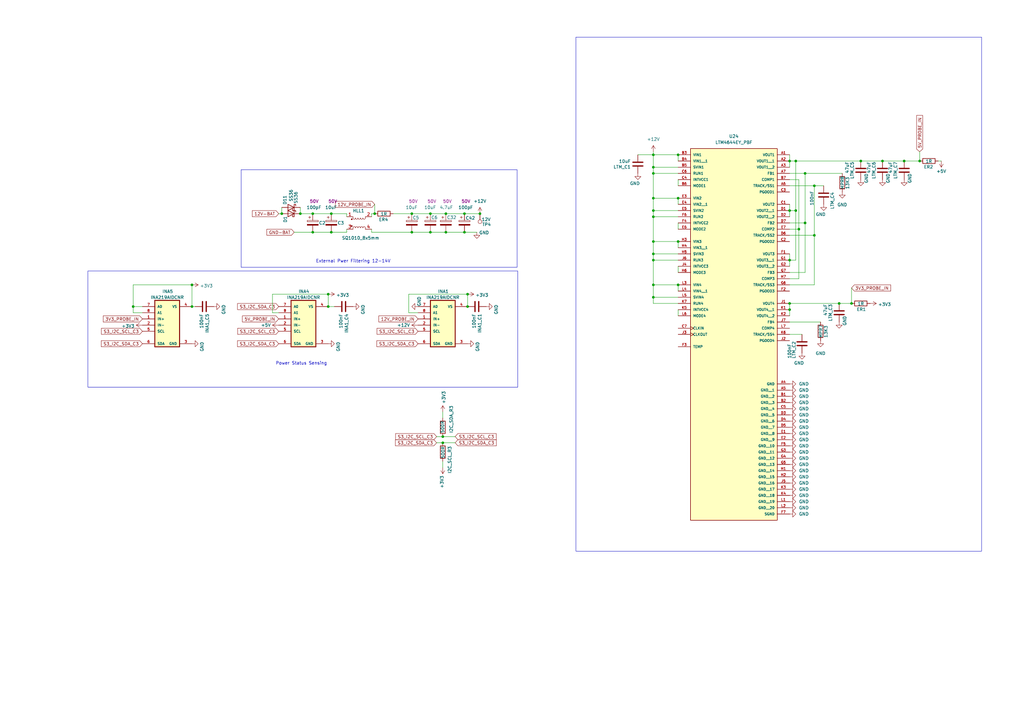
<source format=kicad_sch>
(kicad_sch (version 20240101) (generator "eeschema") (generator_version "8.99")
  (paper "A3")
  (title_block (title "OPEN ECU: Power Management") (date "2023-12-06") (rev "12-2023") (company "WWW.AEONLABS.SCIENCE") (comment 1 "Creative Commons non commercial share alike") (comment 2 "https://github.com/aeonSolutions/AeonLabs-AI-Volvo-MKII-Open-Hardware"))
  (lib_symbols
    (symbol "+5V_1" (power) (pin_names (offset 0))
      (property "Value" "+5V_1" (at 0 3.556 0))
      (symbol "+5V_1_0_1"
        (polyline (pts (xy -0.762 1.27) (xy 0 2.54)))
        (polyline (pts (xy 0 0) (xy 0 2.54)))
        (polyline (pts (xy 0 2.54) (xy 0.762 1.27)))
      )
      (symbol "+5V_1_1_1"
        (pin power_in line (at 0 0 90) (length 0) hide (name "+5V") (number "1"))
      )
    )
    (symbol "AeonLabs_Power:LTM4644EY_PBF" (pin_names (offset 1.016))
      (property "Reference" "U" (at -17.78 41.91 0))
      (property "Value" "LTM4644EY_PBF" (at -17.78 -114.3 0))
      (symbol "LTM4644EY_PBF_0_0"
        (rectangle (start -17.78 -111.76) (end 17.78 40.64) (stroke (width 0.254)) (fill (type background)))
        (pin output line (at 22.86 38.1 180) (length 5.08) (name "VOUT1") (number "A1"))
        (pin output line (at 22.86 35.56 180) (length 5.08) (name "VOUT1__1") (number "A2"))
        (pin output line (at 22.86 33.02 180) (length 5.08) (name "VOUT1__2") (number "A3"))
        (pin power_in line (at 22.86 -55.88 180) (length 5.08) (name "GND") (number "A4"))
        (pin power_in line (at 22.86 -58.42 180) (length 5.08) (name "GND__1") (number "A5"))
        (pin bidirectional line (at 22.86 25.4 180) (length 5.08) (name "TRACK/SS1") (number "A6"))
        (pin input line (at 22.86 30.48 180) (length 5.08) (name "FB1") (number "A7"))
        (pin power_in line (at 22.86 -60.96 180) (length 5.08) (name "GND__2") (number "B1"))
        (pin power_in line (at 22.86 -63.5 180) (length 5.08) (name "GND__3") (number "B2"))
        (pin input line (at -22.86 38.1 0) (length 5.08) (name "VIN1") (number "B3"))
        (pin input line (at -22.86 35.56 0) (length 5.08) (name "VIN1__1") (number "B4"))
        (pin input line (at -22.86 33.02 0) (length 5.08) (name "SVIN1") (number "B5"))
        (pin output line (at 22.86 27.94 180) (length 5.08) (name "COMP1") (number "B7"))
        (pin output line (at 22.86 22.86 180) (length 5.08) (name "PGOOD1") (number "C3"))
        (pin output line (at 22.86 17.78 180) (length 5.08) (name "VOUT2") (number "C1"))
        (pin output line (at 22.86 2.54 180) (length 5.08) (name "PGOOD2") (number "C2"))
        (pin input line (at -22.86 25.4 0) (length 5.08) (name "MODE1") (number "B6"))
        (pin output line (at -22.86 27.94 0) (length 5.08) (name "INTVCC1") (number "C4"))
        (pin power_in line (at 22.86 -66.04 180) (length 5.08) (name "GND__4") (number "C5"))
        (pin input line (at -22.86 30.48 0) (length 5.08) (name "RUN1") (number "C6"))
        (pin output line (at 22.86 15.24 180) (length 5.08) (name "VOUT2__1") (number "D1"))
        (pin output line (at 22.86 12.7 180) (length 5.08) (name "VOUT2__2") (number "D2"))
        (pin power_in line (at 22.86 -68.58 180) (length 5.08) (name "GND__5") (number "D3"))
        (pin power_in line (at 22.86 -71.12 180) (length 5.08) (name "GND__6") (number "D4"))
        (pin power_in line (at 22.86 -73.66 180) (length 5.08) (name "GND__7") (number "D5"))
        (pin bidirectional line (at 22.86 5.08 180) (length 5.08) (name "TRACK/SS2") (number "D6"))
        (pin input line (at 22.86 10.16 180) (length 5.08) (name "FB2") (number "D7"))
        (pin power_in line (at 22.86 -76.2 180) (length 5.08) (name "GND__8") (number "E1"))
        (pin power_in line (at 22.86 -78.74 180) (length 5.08) (name "GND__9") (number "E2"))
        (pin output line (at 22.86 7.62 180) (length 5.08) (name "COMP2") (number "E7"))
        (pin output line (at 22.86 -2.54 180) (length 5.08) (name "VOUT3") (number "F1"))
        (pin output line (at 22.86 -17.78 180) (length 5.08) (name "PGOOD3") (number "F2"))
        (pin input line (at -22.86 20.32 0) (length 5.08) (name "VIN2") (number "E3"))
        (pin input line (at -22.86 17.78 0) (length 5.08) (name "VIN2__1") (number "E4"))
        (pin input line (at -22.86 15.24 0) (length 5.08) (name "SVIN2") (number "E5"))
        (pin input line (at -22.86 7.62 0) (length 5.08) (name "MODE2") (number "E6"))
        (pin input clock (at -22.86 -33.02 0) (length 5.08) (name "CLKIN") (number "C7"))
        (pin passive line (at -22.86 -40.64 0) (length 5.08) (name "TEMP") (number "F3"))
        (pin output line (at -22.86 10.16 0) (length 5.08) (name "INTVCC2") (number "F4"))
        (pin power_in line (at 22.86 -81.28 180) (length 5.08) (name "GND__10") (number "F5"))
        (pin input line (at -22.86 12.7 0) (length 5.08) (name "RUN2") (number "F6"))
        (pin power_in line (at 22.86 -109.22 180) (length 5.08) (name "SGND") (number "F7"))
        (pin output line (at 22.86 -5.08 180) (length 5.08) (name "VOUT3__1") (number "G1"))
        (pin output line (at 22.86 -7.62 180) (length 5.08) (name "VOUT3__2") (number "G2"))
        (pin power_in line (at 22.86 -83.82 180) (length 5.08) (name "GND__11") (number "G3"))
        (pin power_in line (at 22.86 -86.36 180) (length 5.08) (name "GND__12") (number "G4"))
        (pin power_in line (at 22.86 -88.9 180) (length 5.08) (name "GND__13") (number "G5"))
        (pin bidirectional line (at 22.86 -15.24 180) (length 5.08) (name "TRACK/SS3") (number "G6"))
        (pin input line (at 22.86 -10.16 180) (length 5.08) (name "FB3") (number "G7"))
        (pin power_in line (at 22.86 -91.44 180) (length 5.08) (name "GND__14") (number "H1"))
        (pin power_in line (at 22.86 -93.98 180) (length 5.08) (name "GND__15") (number "H2"))
        (pin input line (at -22.86 2.54 0) (length 5.08) (name "VIN3") (number "H3"))
        (pin input line (at -22.86 0 0) (length 5.08) (name "VIN3__1") (number "H4"))
        (pin input line (at -22.86 -2.54 0) (length 5.08) (name "SVIN3") (number "H5"))
        (pin input line (at -22.86 -10.16 0) (length 5.08) (name "MODE3") (number "H6"))
        (pin output line (at 22.86 -12.7 180) (length 5.08) (name "COMP3") (number "H7"))
        (pin output line (at 22.86 -22.86 180) (length 5.08) (name "VOUT4") (number "J1"))
        (pin output line (at 22.86 -38.1 180) (length 5.08) (name "PGOOD4") (number "J2"))
        (pin output clock (at -22.86 -35.56 0) (length 5.08) (name "CLKOUT") (number "J3"))
        (pin output line (at -22.86 -7.62 0) (length 5.08) (name "INTVCC3") (number "J4"))
        (pin power_in line (at 22.86 -96.52 180) (length 5.08) (name "GND__16") (number "J5"))
        (pin input line (at -22.86 -5.08 0) (length 5.08) (name "RUN3") (number "J6"))
        (pin input line (at 22.86 -30.48 180) (length 5.08) (name "FB4") (number "J7"))
        (pin output line (at 22.86 -25.4 180) (length 5.08) (name "VOUT4__1") (number "K1"))
        (pin output line (at 22.86 -27.94 180) (length 5.08) (name "VOUT4__2") (number "K2"))
        (pin power_in line (at 22.86 -99.06 180) (length 5.08) (name "GND__17") (number "K3"))
        (pin power_in line (at 22.86 -101.6 180) (length 5.08) (name "GND__18") (number "K4"))
        (pin output line (at -22.86 -25.4 0) (length 5.08) (name "INTVCC4") (number "K5"))
        (pin bidirectional line (at 22.86 -35.56 180) (length 5.08) (name "TRACK/SS4") (number "K6"))
        (pin input line (at -22.86 -22.86 0) (length 5.08) (name "RUN4") (number "K7"))
        (pin power_in line (at 22.86 -104.14 180) (length 5.08) (name "GND__19") (number "L1"))
        (pin power_in line (at 22.86 -106.68 180) (length 5.08) (name "GND__20") (number "L2"))
        (pin input line (at -22.86 -15.24 0) (length 5.08) (name "VIN4") (number "L3"))
        (pin input line (at -22.86 -17.78 0) (length 5.08) (name "VIN4__1") (number "L4"))
        (pin input line (at -22.86 -20.32 0) (length 5.08) (name "SVIN4") (number "L5"))
        (pin input line (at -22.86 -27.94 0) (length 5.08) (name "MODE4") (number "L6"))
        (pin output line (at 22.86 -33.02 180) (length 5.08) (name "COMP4") (number "L7"))
      )
    )
    (symbol "AeonLabs_Sensors:INA219AIDCNR" (pin_names (offset 1.016))
      (property "Reference" "U" (at -12.7 16.24 0))
      (property "Value" "INA219AIDCNR" (at -12.7 -19.24 0))
      (symbol "INA219AIDCNR_0_0"
        (rectangle (start -5.08 10.16) (end 5.08 -8.89) (stroke (width 0.41)) (fill (type background)))
        (pin input line (at -10.16 2.54 0) (length 5.08) (name "IN+") (number "1"))
        (pin input line (at -10.16 0 0) (length 5.08) (name "IN-") (number "2"))
        (pin power_in line (at 10.16 -7.62 180) (length 5.08) (name "GND") (number "3"))
        (pin power_in line (at 10.16 7.62 180) (length 5.08) (name "VS") (number "4"))
        (pin input line (at -10.16 -2.54 0) (length 5.08) (name "SCL") (number "5"))
        (pin bidirectional line (at -10.16 -7.62 0) (length 5.08) (name "SDA") (number "6"))
        (pin input line (at -10.16 7.62 0) (length 5.08) (name "A0") (number "7"))
        (pin input line (at -10.16 5.08 0) (length 5.08) (name "A1") (number "8"))
      )
    )
    (symbol "Connector:TestPoint" (pin_numbers hide) (pin_names (offset 0.762) hide)
      (property "Reference" "TP" (at 0 6.858 0))
      (property "Value" "TestPoint" (at 0 5.08 0))
      (symbol "TestPoint_0_1"
        (circle (center 0 3.302) (radius 0.762))
      )
      (symbol "TestPoint_1_1"
        (pin passive line (at 0 0 90) (length 2.54) (name "1") (number "1"))
      )
    )
    (symbol "Device:C" (pin_numbers hide) (pin_names (offset 0.254))
      (property "Reference" "C" (at 0.635 2.54 0))
      (property "Value" "C" (at 0.635 -2.54 0))
      (symbol "C_0_1"
        (polyline (pts (xy -2.032 -0.762) (xy 2.032 -0.762)) (stroke (width 0.508)))
        (polyline (pts (xy -2.032 0.762) (xy 2.032 0.762)) (stroke (width 0.508)))
      )
      (symbol "C_1_1"
        (pin passive line (at 0 3.81 270) (length 2.794) (name "~") (number "1"))
        (pin passive line (at 0 -3.81 90) (length 2.794) (name "~") (number "2"))
      )
    )
    (symbol "Device:CP" (pin_numbers hide) (pin_names (offset 0.254))
      (property "Reference" "C" (at 0.635 2.54 0))
      (property "Value" "Device_CP" (at 0.635 -2.54 0))
      (symbol "CP_0_1"
        (rectangle (start -2.286 0.508) (end 2.286 1.016))
        (polyline (pts (xy -1.778 2.286) (xy -0.762 2.286)))
        (polyline (pts (xy -1.27 2.794) (xy -1.27 1.778)))
        (rectangle (start 2.286 -0.508) (end -2.286 -1.016) (fill (type outline)))
      )
      (symbol "CP_1_1"
        (pin passive line (at 0 3.81 270) (length 2.794) (name "~") (number "1"))
        (pin passive line (at 0 -3.81 90) (length 2.794) (name "~") (number "2"))
      )
    )
    (symbol "Device:D_Schottky" (pin_numbers hide) (pin_names (offset 1.016) hide)
      (property "Reference" "D" (at 0 2.54 0))
      (property "Value" "D_Schottky" (at 0 -2.54 0))
      (symbol "D_Schottky_0_1"
        (polyline (pts (xy 1.27 0) (xy -1.27 0)))
        (polyline (pts (xy 1.27 1.27) (xy 1.27 -1.27) (xy -1.27 0) (xy 1.27 1.27)) (stroke (width 0.254)))
        (polyline (pts (xy -1.905 0.635) (xy -1.905 1.27) (xy -1.27 1.27) (xy -1.27 -1.27) (xy -0.635 -1.27) (xy -0.635 -0.635)) (stroke (width 0.254)))
      )
      (symbol "D_Schottky_1_1"
        (pin passive line (at -3.81 0 0) (length 2.54) (name "K") (number "1"))
        (pin passive line (at 3.81 0 180) (length 2.54) (name "A") (number "2"))
      )
    )
    (symbol "Device:R" (pin_numbers hide) (pin_names (offset 0))
      (property "Reference" "R" (at 2.032 0 90))
      (property "Value" "R" (at 0 0 90))
      (symbol "R_0_1"
        (rectangle (start -1.016 -2.54) (end 1.016 2.54) (stroke (width 0.254)))
      )
      (symbol "R_1_1"
        (pin passive line (at 0 3.81 270) (length 1.27) (name "~") (number "1"))
        (pin passive line (at 0 -3.81 90) (length 1.27) (name "~") (number "2"))
      )
    )
    (symbol "GND_1" (power) (pin_names (offset 0))
      (property "Value" "GND_1" (at 0 -3.81 0))
      (symbol "GND_1_0_1"
        (polyline (pts (xy 0 0) (xy 0 -1.27) (xy 1.27 -1.27) (xy 0 -2.54) (xy -1.27 -1.27) (xy 0 -1.27)))
      )
      (symbol "GND_1_1_1"
        (pin power_in line (at 0 0 270) (length 0) hide (name "GND") (number "1"))
      )
    )
    (symbol "Power_Management:Inductor_THT{colon}Common_Mode_Inductor_SQ1010_8x5mm" (pin_names (offset 0.254) hide)
      (property "Reference" "HLL2" (at 0 3.8268 0))
      (property "Value" "Inductor_THT{colon}Common_Mode_Inductor_SQ1010_8x5mm" (at -0.254 5.588 0))
      (property "Footprint" "Inductor_THT:Common Mode Inductor SQ1010 8x5mm" (at 0 0 0))
      (symbol "Inductor_THT{colon}Common_Mode_Inductor_SQ1010_8x5mm_0_1"
        (circle (center -3.048 -1.27) (radius 0.254) (fill (type outline)))
        (circle (center -3.048 1.524) (radius 0.254) (fill (type outline)))
        (arc (start -2.54 2.032) (mid -2.032 1.5262) (end -1.524 2.032))
        (arc (start -1.524 -2.032) (mid -2.032 -1.5262) (end -2.54 -2.032))
        (arc (start -1.524 2.032) (mid -1.016 1.5262) (end -0.508 2.032))
        (arc (start -0.508 -2.032) (mid -1.016 -1.5262) (end -1.524 -2.032))
        (arc (start -0.508 2.032) (mid 0 1.5262) (end 0.508 2.032))
        (polyline (pts (xy -2.54 -2.032) (xy -2.54 -2.54)))
        (polyline (pts (xy -2.54 2.032) (xy -2.54 2.54)))
        (polyline (pts (xy 2.54 -2.032) (xy 2.54 -2.54)))
        (polyline (pts (xy 2.54 2.54) (xy 2.54 2.032)))
        (arc (start 0.508 -2.032) (mid 0 -1.5262) (end -0.508 -2.032))
        (arc (start 0.508 2.032) (mid 1.016 1.5262) (end 1.524 2.032))
        (arc (start 1.524 -2.032) (mid 1.016 -1.5262) (end 0.508 -2.032))
        (arc (start 1.524 2.032) (mid 2.032 1.5262) (end 2.54 2.032))
        (arc (start 2.54 -2.032) (mid 2.032 -1.5262) (end 1.524 -2.032))
      )
      (symbol "Inductor_THT{colon}Common_Mode_Inductor_SQ1010_8x5mm_1_1"
        (pin passive line (at -5.08 2.54 0) (length 2.54) (name "1") (number "1"))
        (pin passive line (at 5.08 2.54 180) (length 2.54) (name "2") (number "2"))
        (pin passive line (at -5.08 -2.54 0) (length 2.54) (name "3") (number "3"))
        (pin passive line (at 5.08 -2.54 180) (length 2.54) (name "4") (number "4"))
      )
    )
    (symbol "power:+12V" (power) (pin_names (offset 0))
      (property "Value" "+12V" (at 0 3.556 0))
      (symbol "+12V_0_1"
        (polyline (pts (xy -0.762 1.27) (xy 0 2.54)))
        (polyline (pts (xy 0 0) (xy 0 2.54)))
        (polyline (pts (xy 0 2.54) (xy 0.762 1.27)))
      )
      (symbol "+12V_1_1"
        (pin power_in line (at 0 0 90) (length 0) hide (name "+12V") (number "1"))
      )
    )
    (symbol "power:+3V3" (power) (pin_names (offset 0))
      (property "Value" "+3V3" (at 0 3.556 0))
      (symbol "+3V3_0_1"
        (polyline (pts (xy -0.762 1.27) (xy 0 2.54)))
        (polyline (pts (xy 0 0) (xy 0 2.54)))
        (polyline (pts (xy 0 2.54) (xy 0.762 1.27)))
      )
      (symbol "+3V3_1_1"
        (pin power_in line (at 0 0 90) (length 0) hide (name "+3V3") (number "1"))
      )
    )
    (symbol "power:GND" (power) (pin_names (offset 0))
      (property "Value" "GND" (at 0 -3.81 0))
      (symbol "GND_0_1"
        (polyline (pts (xy 0 0) (xy 0 -1.27) (xy 1.27 -1.27) (xy 0 -2.54) (xy -1.27 -1.27) (xy 0 -1.27)))
      )
      (symbol "GND_1_1"
        (pin power_in line (at 0 0 270) (length 0) hide (name "GND") (number "1"))
      )
    )
  )
  (junction (at 349.25 124.46))
  (junction (at 190.5 95.25))
  (junction (at 115.57 87.63))
  (junction (at 134.62 125.73))
  (junction (at 168.91 87.63))
  (junction (at 278.13 81.28))
  (junction (at 361.95 66.04))
  (junction (at 128.27 95.25))
  (junction (at 377.19 66.04))
  (junction (at 196.85 87.63))
  (junction (at 267.97 63.5))
  (junction (at 267.97 99.06))
  (junction (at 267.97 106.68))
  (junction (at 278.13 63.5))
  (junction (at 191.77 120.65))
  (junction (at 128.27 87.63))
  (junction (at 267.97 71.12))
  (junction (at 267.97 86.36))
  (junction (at 323.85 124.46))
  (junction (at 123.19 87.63))
  (junction (at 78.74 125.73))
  (junction (at 370.84 66.04))
  (junction (at 326.39 66.04))
  (junction (at 176.53 87.63))
  (junction (at 190.5 87.63))
  (junction (at 278.13 116.84))
  (junction (at 267.97 68.58))
  (junction (at 326.39 86.36))
  (junction (at 135.89 95.25))
  (junction (at 278.13 99.06))
  (junction (at 353.06 66.04))
  (junction (at 181.61 179.07))
  (junction (at 78.74 116.84))
  (junction (at 267.97 81.28))
  (junction (at 323.85 106.68))
  (junction (at 134.62 120.65))
  (junction (at 181.61 181.61))
  (junction (at 182.88 95.25))
  (junction (at 323.85 127))
  (junction (at 334.01 76.2))
  (junction (at 267.97 104.14))
  (junction (at 330.2 71.12))
  (junction (at 191.77 125.73))
  (junction (at 327.66 93.98))
  (junction (at 323.85 86.36))
  (junction (at 135.89 87.63))
  (junction (at 153.67 87.63))
  (junction (at 182.88 87.63))
  (junction (at 168.91 95.25))
  (junction (at 267.97 116.84))
  (junction (at 54.61 125.73))
  (junction (at 344.17 124.46))
  (junction (at 176.53 95.25))
  (junction (at 334.01 96.52))
  (junction (at 323.85 66.04))
  (junction (at 330.2 91.44))
  (junction (at 267.97 121.92))
  (junction (at 267.97 88.9))
  (wire (pts (xy 349.25 124.46) (xy 344.17 124.46)))
  (wire (pts (xy 167.64 128.27) (xy 171.45 128.27)))
  (wire (pts (xy 267.97 68.58) (xy 267.97 63.5)))
  (wire (pts (xy 135.89 87.63) (xy 142.24 87.63)))
  (wire (pts (xy 137.16 125.73) (xy 134.62 125.73)))
  (wire (pts (xy 152.4 93.98) (xy 152.4 95.25)))
  (wire (pts (xy 278.13 63.5) (xy 278.13 66.04)))
  (wire (pts (xy 267.97 86.36) (xy 267.97 81.28)))
  (wire (pts (xy 267.97 124.46) (xy 267.97 121.92)))
  (wire (pts (xy 181.61 181.61) (xy 186.69 181.61)))
  (wire (pts (xy 323.85 106.68) (xy 323.85 109.22)))
  (wire (pts (xy 323.85 76.2) (xy 334.01 76.2)))
  (wire (pts (xy 278.13 73.66) (xy 278.13 76.2)))
  (wire (pts (xy 267.97 63.5) (xy 267.97 62.23)))
  (wire (pts (xy 327.66 114.3) (xy 327.66 93.98)))
  (wire (pts (xy 267.97 88.9) (xy 267.97 86.36)))
  (wire (pts (xy 267.97 106.68) (xy 267.97 104.14)))
  (wire (pts (xy 267.97 86.36) (xy 278.13 86.36)))
  (wire (pts (xy 134.62 125.73) (xy 134.62 120.65)))
  (wire (pts (xy 123.19 85.09) (xy 123.19 87.63)))
  (wire (pts (xy 278.13 109.22) (xy 278.13 111.76)))
  (wire (pts (xy 334.01 116.84) (xy 323.85 116.84)))
  (wire (pts (xy 114.3 87.63) (xy 115.57 87.63)))
  (wire (pts (xy 267.97 68.58) (xy 278.13 68.58)))
  (wire (pts (xy 181.61 179.07) (xy 186.69 179.07)))
  (wire (pts (xy 323.85 71.12) (xy 330.2 71.12)))
  (wire (pts (xy 323.85 91.44) (xy 330.2 91.44)))
  (wire (pts (xy 54.61 125.73) (xy 58.42 125.73)))
  (wire (pts (xy 168.91 95.25) (xy 176.53 95.25)))
  (wire (pts (xy 142.24 87.63) (xy 142.24 88.9)))
  (wire (pts (xy 152.4 95.25) (xy 168.91 95.25)))
  (wire (pts (xy 323.85 127) (xy 323.85 129.54)))
  (wire (pts (xy 384.81 66.04) (xy 386.08 66.04)))
  (wire (pts (xy 353.06 66.04) (xy 361.95 66.04)))
  (wire (pts (xy 323.85 104.14) (xy 323.85 106.68)))
  (wire (pts (xy 323.85 124.46) (xy 344.17 124.46)))
  (wire (pts (xy 78.74 116.84) (xy 54.61 116.84)))
  (wire (pts (xy 323.85 114.3) (xy 327.66 114.3)))
  (wire (pts (xy 327.66 73.66) (xy 323.85 73.66)))
  (wire (pts (xy 267.97 104.14) (xy 267.97 99.06)))
  (wire (pts (xy 330.2 111.76) (xy 330.2 91.44)))
  (wire (pts (xy 278.13 124.46) (xy 267.97 124.46)))
  (wire (pts (xy 267.97 71.12) (xy 267.97 68.58)))
  (wire (pts (xy 326.39 66.04) (xy 323.85 66.04)))
  (wire (pts (xy 323.85 66.04) (xy 323.85 68.58)))
  (wire (pts (xy 134.62 120.65) (xy 111.76 120.65)))
  (wire (pts (xy 267.97 116.84) (xy 267.97 106.68)))
  (wire (pts (xy 323.85 86.36) (xy 326.39 86.36)))
  (wire (pts (xy 176.53 95.25) (xy 182.88 95.25)))
  (wire (pts (xy 142.24 93.98) (xy 142.24 95.25)))
  (wire (pts (xy 278.13 116.84) (xy 267.97 116.84)))
  (wire (pts (xy 323.85 63.5) (xy 323.85 66.04)))
  (wire (pts (xy 261.62 63.5) (xy 267.97 63.5)))
  (wire (pts (xy 182.88 87.63) (xy 190.5 87.63)))
  (wire (pts (xy 323.85 111.76) (xy 330.2 111.76)))
  (wire (pts (xy 152.4 88.9) (xy 152.4 87.63)))
  (wire (pts (xy 267.97 104.14) (xy 278.13 104.14)))
  (wire (pts (xy 267.97 121.92) (xy 267.97 116.84)))
  (wire (pts (xy 323.85 86.36) (xy 323.85 88.9)))
  (wire (pts (xy 323.85 106.68) (xy 326.39 106.68)))
  (wire (pts (xy 278.13 81.28) (xy 278.13 83.82)))
  (wire (pts (xy 323.85 93.98) (xy 327.66 93.98)))
  (wire (pts (xy 278.13 99.06) (xy 278.13 101.6)))
  (wire (pts (xy 323.85 96.52) (xy 334.01 96.52)))
  (wire (pts (xy 327.66 93.98) (xy 327.66 73.66)))
  (wire (pts (xy 278.13 127) (xy 278.13 129.54)))
  (wire (pts (xy 115.57 85.09) (xy 115.57 87.63)))
  (wire (pts (xy 267.97 81.28) (xy 278.13 81.28)))
  (wire (pts (xy 54.61 116.84) (xy 54.61 125.73)))
  (wire (pts (xy 176.53 87.63) (xy 182.88 87.63)))
  (wire (pts (xy 128.27 87.63) (xy 135.89 87.63)))
  (wire (pts (xy 377.19 62.23) (xy 377.19 66.04)))
  (wire (pts (xy 54.61 128.27) (xy 58.42 128.27)))
  (wire (pts (xy 370.84 66.04) (xy 377.19 66.04)))
  (wire (pts (xy 323.85 132.08) (xy 336.55 132.08)))
  (wire (pts (xy 330.2 91.44) (xy 330.2 71.12)))
  (wire (pts (xy 267.97 106.68) (xy 278.13 106.68)))
  (wire (pts (xy 278.13 116.84) (xy 278.13 119.38)))
  (wire (pts (xy 80.01 125.73) (xy 78.74 125.73)))
  (wire (pts (xy 267.97 71.12) (xy 278.13 71.12)))
  (wire (pts (xy 278.13 91.44) (xy 278.13 93.98)))
  (wire (pts (xy 191.77 120.65) (xy 167.64 120.65)))
  (wire (pts (xy 361.95 66.04) (xy 370.84 66.04)))
  (wire (pts (xy 181.61 168.91) (xy 181.61 171.45)))
  (wire (pts (xy 161.29 87.63) (xy 168.91 87.63)))
  (wire (pts (xy 334.01 76.2) (xy 337.82 76.2)))
  (wire (pts (xy 323.85 83.82) (xy 323.85 86.36)))
  (wire (pts (xy 190.5 87.63) (xy 196.85 87.63)))
  (wire (pts (xy 167.64 120.65) (xy 167.64 128.27)))
  (wire (pts (xy 326.39 66.04) (xy 353.06 66.04)))
  (wire (pts (xy 267.97 99.06) (xy 267.97 88.9)))
  (wire (pts (xy 128.27 95.25) (xy 135.89 95.25)))
  (wire (pts (xy 349.25 118.11) (xy 349.25 124.46)))
  (wire (pts (xy 323.85 137.16) (xy 328.93 137.16)))
  (wire (pts (xy 326.39 106.68) (xy 326.39 86.36)))
  (wire (pts (xy 182.88 95.25) (xy 190.5 95.25)))
  (wire (pts (xy 179.07 181.61) (xy 181.61 181.61)))
  (wire (pts (xy 334.01 76.2) (xy 334.01 96.52)))
  (wire (pts (xy 190.5 95.25) (xy 195.58 95.25)))
  (wire (pts (xy 111.76 128.27) (xy 114.3 128.27)))
  (wire (pts (xy 78.74 116.84) (xy 78.74 125.73)))
  (wire (pts (xy 54.61 125.73) (xy 54.61 128.27)))
  (wire (pts (xy 152.4 87.63) (xy 153.67 87.63)))
  (wire (pts (xy 128.27 87.63) (xy 123.19 87.63)))
  (wire (pts (xy 334.01 96.52) (xy 334.01 116.84)))
  (wire (pts (xy 330.2 71.12) (xy 345.44 71.12)))
  (wire (pts (xy 267.97 81.28) (xy 267.97 71.12)))
  (wire (pts (xy 168.91 87.63) (xy 176.53 87.63)))
  (wire (pts (xy 142.24 95.25) (xy 135.89 95.25)))
  (wire (pts (xy 267.97 99.06) (xy 278.13 99.06)))
  (wire (pts (xy 323.85 124.46) (xy 323.85 127)))
  (wire (pts (xy 120.65 95.25) (xy 128.27 95.25)))
  (wire (pts (xy 278.13 121.92) (xy 267.97 121.92)))
  (wire (pts (xy 267.97 88.9) (xy 278.13 88.9)))
  (wire (pts (xy 181.61 189.23) (xy 181.61 191.77)))
  (wire (pts (xy 326.39 86.36) (xy 326.39 66.04)))
  (wire (pts (xy 267.97 63.5) (xy 278.13 63.5)))
  (wire (pts (xy 191.77 120.65) (xy 191.77 125.73)))
  (wire (pts (xy 179.07 179.07) (xy 181.61 179.07)))
  (wire (pts (xy 153.67 83.82) (xy 153.67 87.63)))
  (wire (pts (xy 111.76 120.65) (xy 111.76 128.27)))
  (rectangle (start 236.22 15.24) (end 402.59 226.06))
  (rectangle (start 98.8958 69.5896) (end 212.0782 109.62))
  (rectangle (start 36.0562 111.144) (end 212.3576 158.7944))
  (text "External Pwer Filtering 12-14V" (at 129.54 107.95 0) (effects (font (size 1.27 1.27)) (justify left bottom)))
  (text "Power Status Sensing" (at 113.03 149.86 0) (effects (font (size 1.27 1.27)) (justify left bottom)))
  (global_label "S3_I2C_SCL_C3" (shape input) (at 58.42 135.89 180) (property "Intersheetrefs" "${INTERSHEET_REFS}" (effects (hide yes))))
  (global_label "5V_PROBE_IN" (shape input) (at 377.19 62.23 90) (property "Intersheetrefs" "${INTERSHEET_REFS}" (effects (hide yes))))
  (global_label "S3_I2C_SCL_C3" (shape input) (at 114.3 135.89 180) (property "Intersheetrefs" "${INTERSHEET_REFS}" (effects (hide yes))))
  (global_label "5V_PROBE_IN" (shape input) (at 114.3 130.81 180) (property "Intersheetrefs" "${INTERSHEET_REFS}" (effects (hide yes))))
  (global_label "S3_I2C_SDA_C3" (shape input) (at 171.45 140.97 180) (property "Intersheetrefs" "${INTERSHEET_REFS}" (effects (hide yes))))
  (global_label "12V-BAT" (shape input) (at 114.3 87.63 180) (property "Intersheetrefs" "${INTERSHEET_REFS}" (effects (hide yes))))
  (global_label "3V3_PROBE_IN" (shape input) (at 349.25 118.11 0) (property "Intersheetrefs" "${INTERSHEET_REFS}" (effects (hide yes))))
  (global_label "GND-BAT" (shape input) (at 120.65 95.25 180) (property "Intersheetrefs" "${INTERSHEET_REFS}" (effects (hide yes))))
  (global_label "S3_I2C_SDA_C3" (shape input) (at 179.07 181.61 180) (property "Intersheetrefs" "${INTERSHEET_REFS}" (effects (hide yes))))
  (global_label "S3_I2C_SCL_C3" (shape input) (at 171.45 135.89 180) (property "Intersheetrefs" "${INTERSHEET_REFS}" (effects (hide yes))))
  (global_label "12V_PROBE_IN" (shape input) (at 171.45 130.81 180) (property "Intersheetrefs" "${INTERSHEET_REFS}" (effects (hide yes))))
  (global_label "S3_I2C_SDA_C3" (shape input) (at 114.3 125.73 180) (property "Intersheetrefs" "${INTERSHEET_REFS}" (effects (hide yes))))
  (global_label "3V3_PROBE_IN" (shape input) (at 58.42 130.81 180) (property "Intersheetrefs" "${INTERSHEET_REFS}" (effects (hide yes))))
  (global_label "S3_I2C_SDA_C3" (shape input) (at 186.69 181.61 0) (property "Intersheetrefs" "${INTERSHEET_REFS}" (effects (hide yes))))
  (global_label "12V_PROBE_IN" (shape input) (at 153.67 83.82 180) (property "Intersheetrefs" "${INTERSHEET_REFS}" (effects (hide yes))))
  (global_label "S3_I2C_SCL_C3" (shape input) (at 186.69 179.07 0) (property "Intersheetrefs" "${INTERSHEET_REFS}" (effects (hide yes))))
  (global_label "S3_I2C_SDA_C3" (shape input) (at 58.42 140.97 180) (property "Intersheetrefs" "${INTERSHEET_REFS}" (effects (hide yes))))
  (global_label "S3_I2C_SCL_C3" (shape input) (at 179.07 179.07 180) (property "Intersheetrefs" "${INTERSHEET_REFS}" (effects (hide yes))))
  (global_label "S3_I2C_SDA_C3" (shape input) (at 114.3 140.97 180) (property "Intersheetrefs" "${INTERSHEET_REFS}" (effects (hide yes))))
  (symbol (lib_id "Device:D_Schottky") (at 119.38 87.63 0) (mirror y) (unit 1)
    (property "Reference" "D11" (at 116.84 80.0608 90) (effects (justify right)))
    (property "Value" "SS36" (at 119.38 77.6224 90) (effects (justify right)))
    (property "Footprint" "Diode_SMD:D_SMA_Handsoldering" (effects (hide yes)))
    (property "Digikey Part Number" "B360A-FDICT-ND" (effects (hide yes)))
    (property "Manufacturer_Name" "Diodes Inc" (effects (hide yes)))
    (property "Manufacturer_Part_Number" "B360A-13-F" (effects (hide yes)))
    (property "URL" "https://www.digikey.com.au/product-detail/en/diodes-incorporated/B360A-13-F/B360A-FDICT-ND/724980" (effects (hide yes)))
  )
  (symbol (lib_id "power:+3V3") (at 356.87 124.46 270) (unit 1)
    (property "Reference" "#PWR0373" (effects (hide yes)))
    (property "Value" "+3V3" (at 360.1212 124.841 90) (effects (justify left)))
  )
  (symbol (lib_id "power:GND") (at 323.85 167.64 90) (unit 1)
    (property "Reference" "#PWR0365" (effects (hide yes)))
    (property "Value" "GND" (at 327.66 167.6399 90) (effects (justify right)))
  )
  (symbol (lib_id "Device:CP") (at 182.88 91.44 0) (unit 1)
    (property "Reference" "C32" (at 183.2864 89.1794 0) (effects (justify left)))
    (property "Value" "4.7uF" (at 180.34 85.09 0) (effects (justify left)))
    (property "Footprint" "Capacitor_SMD:CP_Elec_6.3x7.7" (effects (hide yes)))
    (property "Voltage" "50V" (at 181.61 82.55 0) (effects (justify left)))
    (property "Digikey Part Number" "PCE3925CT-ND" (effects (hide yes)))
    (property "Manufacturer_Name" "Panasonic" (effects (hide yes)))
    (property "Manufacturer_Part_Number" "EEE-1HA330XP" (effects (hide yes)))
    (property "URL" "https://www.digikey.com.au/product-detail/en/panasonic-electronic-components/EEE-1HA330XP/PCE3925CT-ND/766301" (effects (hide yes)))
  )
  (symbol (lib_name "GND_1") (lib_id "power:GND") (at 195.58 95.25 0) (unit 1)
    (property "Reference" "#PWR0115" (effects (hide yes)))
    (property "Value" "GND" (at 198.5518 95.4278 0))
  )
  (symbol (lib_id "power:GND") (at 171.45 125.73 270) (mirror x) (unit 1)
    (property "Reference" "#PWR0186" (effects (hide yes)))
    (property "Value" "GND" (at 171.9326 123.5964 0))
  )
  (symbol (lib_id "power:GND") (at 323.85 162.56 90) (unit 1)
    (property "Reference" "#PWR0367" (effects (hide yes)))
    (property "Value" "GND" (at 327.66 162.5599 90) (effects (justify right)))
  )
  (symbol (lib_id "power:GND") (at 323.85 157.48 90) (unit 1)
    (property "Reference" "#PWR0369" (effects (hide yes)))
    (property "Value" "GND" (at 327.66 157.4799 90) (effects (justify right)))
  )
  (symbol (lib_id "power:GND") (at 323.85 210.82 90) (unit 1)
    (property "Reference" "#PWR075" (effects (hide yes)))
    (property "Value" "GND" (at 327.66 210.8199 90) (effects (justify right)))
  )
  (symbol (lib_id "Device:CP") (at 128.27 91.44 0) (unit 1)
    (property "Reference" "C2" (at 130.81 91.44 0) (effects (justify left)))
    (property "Value" "100pF" (at 125.73 85.09 0) (effects (justify left)))
    (property "Footprint" "Capacitor_SMD:CP_Elec_6.3x7.7" (effects (hide yes)))
    (property "Voltage" "50V" (at 127 82.55 0) (effects (justify left)))
    (property "Digikey Part Number" "PCE3925CT-ND" (effects (hide yes)))
    (property "Manufacturer_Name" "Panasonic" (effects (hide yes)))
    (property "Manufacturer_Part_Number" "EEE-1HA330XP" (effects (hide yes)))
    (property "URL" "https://www.digikey.com.au/product-detail/en/panasonic-electronic-components/EEE-1HA330XP/PCE3925CT-ND/766301" (effects (hide yes)))
  )
  (symbol (lib_id "Device:R") (at 336.55 135.89 0) (unit 1)
    (property "Reference" "MPR7" (at 336.6516 135.89 90))
    (property "Value" "13K3" (at 338.709 136.017 90))
    (property "Footprint" "Resistor_SMD:R_0603_1608Metric" (effects (hide yes)))
  )
  (symbol (lib_id "power:+3V3") (at 191.77 120.65 270) (unit 1)
    (property "Reference" "#PWR0190" (effects (hide yes)))
    (property "Value" "+3V3" (at 195.0212 121.031 90) (effects (justify left)))
  )
  (symbol (lib_id "power:+12V") (at 171.45 133.35 90) (unit 1)
    (property "Reference" "#PWR0194" (effects (hide yes)))
    (property "Value" "+12V" (at 168.148 133.35 90) (effects (justify left)))
  )
  (symbol (lib_id "Device:R") (at 345.44 74.93 0) (unit 1)
    (property "Reference" "MPR8" (at 345.5416 74.93 90))
    (property "Value" "13K3" (at 347.599 75.057 90))
    (property "Footprint" "Resistor_SMD:R_0603_1608Metric" (effects (hide yes)))
  )
  (symbol (lib_id "Device:D_Schottky") (at 119.38 85.09 0) (mirror y) (unit 1)
    (property "Reference" "D1" (at 117.0178 88.6206 90) (effects (justify right)))
    (property "Value" "SS36" (at 121.3358 78.486 90) (effects (justify right)))
    (property "Footprint" "Diode_SMD:D_SMA_Handsoldering" (effects (hide yes)))
    (property "Digikey Part Number" "B360A-FDICT-ND" (effects (hide yes)))
    (property "Manufacturer_Name" "Diodes Inc" (effects (hide yes)))
    (property "Manufacturer_Part_Number" "B360A-13-F" (effects (hide yes)))
    (property "URL" "https://www.digikey.com.au/product-detail/en/diodes-incorporated/B360A-13-F/B360A-FDICT-ND/724980" (effects (hide yes)))
  )
  (symbol (lib_id "power:GND") (at 323.85 170.18 90) (unit 1)
    (property "Reference" "#PWR0364" (effects (hide yes)))
    (property "Value" "GND" (at 327.66 170.1799 90) (effects (justify right)))
  )
  (symbol (lib_id "power:GND") (at 323.85 177.8 90) (unit 1)
    (property "Reference" "#PWR0361" (effects (hide yes)))
    (property "Value" "GND" (at 327.66 177.7999 90) (effects (justify right)))
  )
  (symbol (lib_id "power:GND") (at 336.55 139.7 0) (unit 1)
    (property "Reference" "#PWR0374" (effects (hide yes)))
    (property "Value" "GND" (at 336.55 144.9324 0))
  )
  (symbol (lib_id "power:GND") (at 323.85 187.96 90) (unit 1)
    (property "Reference" "#PWR0357" (effects (hide yes)))
    (property "Value" "GND" (at 327.66 187.9599 90) (effects (justify right)))
  )
  (symbol (lib_id "power:+12V") (at 267.97 62.23 0) (unit 1)
    (property "Reference" "#PWR0370" (effects (hide yes)))
    (property "Value" "+12V" (at 267.97 57.0992 0))
  )
  (symbol (lib_id "power:GND") (at 78.74 140.97 90) (unit 1)
    (property "Reference" "#PWR0212" (effects (hide yes)))
    (property "Value" "GND" (at 82.8548 142.1892 0))
  )
  (symbol (lib_id "Device:C") (at 328.93 140.97 180) (unit 1)
    (property "Reference" "LTM_C2" (at 325.628 139.954 90) (effects (justify left)))
    (property "Value" "100nF" (at 323.85 140.97 90) (effects (justify left)))
    (property "Footprint" "Capacitor_SMD:C_0603_1608Metric" (effects (hide yes)))
  )
  (symbol (lib_id "power:GND") (at 353.06 73.66 0) (unit 1)
    (property "Reference" "#PWR0378" (effects (hide yes)))
    (property "Value" "GND" (at 355.346 75.184 90) (effects (justify left)))
  )
  (symbol (lib_id "AeonLabs_Sensors:INA219AIDCNR") (at 181.61 133.35 0) (unit 1)
    (property "Reference" "INA1" (at 181.8132 119.5324 0))
    (property "Value" "INA219AIDCNR" (at 181.6354 121.9708 0))
    (property "Footprint" "AeonLabs_Sensors:INA219AIDCNR SOT65P280X145-8N" (effects (hide yes)))
    (property "Description" "\n26V, 12-bit, i2c output current/voltage/power monitor\n" (effects (hide yes)))
    (property "MF" "Texas Instruments" (effects (hide yes)))
    (property "Package" "SOT-23-8 Texas Instruments" (effects (hide yes)))
    (property "Price" "None" (effects (hide yes)))
    (property "SnapEDA_Link" "https://www.snapeda.com/parts/INA219AIDCNR/Texas+Instruments/view-part/?ref=snap" (effects (hide yes)))
    (property "MP" "INA219AIDCNR" (effects (hide yes)))
    (property "Purchase-URL" "https://www.snapeda.com/api/url_track_click_mouser/?unipart_id=271718&manufacturer=Texas Instruments&part_name=INA219AIDCNR&search_term=None" (effects (hide yes)))
    (property "Availability" "In Stock" (effects (hide yes)))
    (property "Check_prices" "https://www.snapeda.com/parts/INA219AIDCNR/Texas+Instruments/view-part/?ref=eda" (effects (hide yes)))
  )
  (symbol (lib_name "+5V_1") (lib_id "power:+5V") (at 114.3 133.35 90) (unit 1)
    (property "Reference" "#PWR0192" (effects (hide yes)))
    (property "Value" "+5V" (at 111.0996 133.35 90) (effects (justify left)))
  )
  (symbol (lib_id "Device:R") (at 353.06 124.46 270) (mirror x) (unit 1)
    (property "Reference" "ER1" (at 353.2632 126.873 90))
    (property "Value" "1R" (at 353.0854 124.5616 90))
    (property "Footprint" "Resistor_SMD:R_1206_3216Metric" (effects (hide yes)))
  )
  (symbol (lib_id "power:GND") (at 323.85 198.12 90) (unit 1)
    (property "Reference" "#PWR0353" (effects (hide yes)))
    (property "Value" "GND" (at 327.66 198.1199 90) (effects (justify right)))
  )
  (symbol (lib_id "power:GND") (at 337.82 83.82 0) (unit 1)
    (property "Reference" "#PWR0377" (effects (hide yes)))
    (property "Value" "GND" (at 336.6008 87.9348 0))
  )
  (symbol (lib_id "power:+3V3") (at 58.42 133.35 90) (mirror x) (unit 1)
    (property "Reference" "#PWR08" (effects (hide yes)))
    (property "Value" "+3V3" (at 55.1688 133.731 90) (effects (justify left)))
  )
  (symbol (lib_id "power:GND") (at 345.44 78.74 0) (unit 1)
    (property "Reference" "#PWR0376" (effects (hide yes)))
    (property "Value" "GND" (at 345.44 83.9724 0))
  )
  (symbol (lib_id "Device:R") (at 381 66.04 90) (unit 1)
    (property "Reference" "ER2" (at 380.7968 68.453 90))
    (property "Value" "1R" (at 380.9746 66.1416 90))
    (property "Footprint" "Resistor_SMD:R_1206_3216Metric" (effects (hide yes)))
  )
  (symbol (lib_id "power:GND") (at 323.85 180.34 90) (unit 1)
    (property "Reference" "#PWR0360" (effects (hide yes)))
    (property "Value" "GND" (at 327.66 180.3399 90) (effects (justify right)))
  )
  (symbol (lib_id "Connector:TestPoint") (at 196.85 87.63 180) (unit 1)
    (property "Reference" "TP4" (at 201.3966 92.075 0) (effects (justify left)))
    (property "Value" "12V" (at 201.2696 90.0176 0) (effects (justify left)))
    (property "Footprint" "TestPoint:TestPoint_Pad_D1.0mm" (effects (hide yes)))
  )
  (symbol (lib_id "power:GND") (at 323.85 172.72 90) (unit 1)
    (property "Reference" "#PWR0363" (effects (hide yes)))
    (property "Value" "GND" (at 327.66 172.7199 90) (effects (justify right)))
  )
  (symbol (lib_id "Device:C") (at 337.82 80.01 180) (unit 1)
    (property "Reference" "LTM_C4" (at 341.376 78.74 90) (effects (justify left)))
    (property "Value" "100nF" (at 332.994 78.232 90) (effects (justify left)))
    (property "Footprint" "Capacitor_SMD:C_0603_1608Metric" (effects (hide yes)))
  )
  (symbol (lib_id "power:+3V3") (at 181.61 191.77 180) (unit 1)
    (property "Reference" "#PWR09" (effects (hide yes)))
    (property "Value" "+3V3" (at 181.229 195.0212 90) (effects (justify left)))
  )
  (symbol (lib_id "AeonLabs_Sensors:INA219AIDCNR") (at 68.58 133.35 0) (unit 1)
    (property "Reference" "INA5" (at 68.7832 119.5324 0))
    (property "Value" "INA219AIDCNR" (at 68.6054 121.9708 0))
    (property "Footprint" "AeonLabs_Sensors:INA219AIDCNR SOT65P280X145-8N" (effects (hide yes)))
    (property "Description" "\n26V, 12-bit, i2c output current/voltage/power monitor\n" (effects (hide yes)))
    (property "MF" "Texas Instruments" (effects (hide yes)))
    (property "Package" "SOT-23-8 Texas Instruments" (effects (hide yes)))
    (property "Price" "None" (effects (hide yes)))
    (property "SnapEDA_Link" "https://www.snapeda.com/parts/INA219AIDCNR/Texas+Instruments/view-part/?ref=snap" (effects (hide yes)))
    (property "MP" "INA219AIDCNR" (effects (hide yes)))
    (property "Purchase-URL" "https://www.snapeda.com/api/url_track_click_mouser/?unipart_id=271718&manufacturer=Texas Instruments&part_name=INA219AIDCNR&search_term=None" (effects (hide yes)))
    (property "Availability" "In Stock" (effects (hide yes)))
    (property "Check_prices" "https://www.snapeda.com/parts/INA219AIDCNR/Texas+Instruments/view-part/?ref=eda" (effects (hide yes)))
  )
  (symbol (lib_id "power:+3V3") (at 78.74 116.84 270) (unit 1)
    (property "Reference" "#PWR0191" (effects (hide yes)))
    (property "Value" "+3V3" (at 81.9912 117.221 90) (effects (justify left)))
  )
  (symbol (lib_id "Device:CP") (at 190.5 91.44 0) (unit 1)
    (property "Reference" "C42" (at 190.9572 89.408 0) (effects (justify left)))
    (property "Value" "100pF" (at 187.96 85.09 0) (effects (justify left)))
    (property "Footprint" "Capacitor_SMD:CP_Elec_6.3x7.7" (effects (hide yes)))
    (property "Voltage" "50V" (at 189.23 82.55 0) (effects (justify left)))
    (property "Digikey Part Number" "PCE3925CT-ND" (effects (hide yes)))
    (property "Manufacturer_Name" "Panasonic" (effects (hide yes)))
    (property "Manufacturer_Part_Number" "EEE-1HA330XP" (effects (hide yes)))
    (property "URL" "https://www.digikey.com.au/product-detail/en/panasonic-electronic-components/EEE-1HA330XP/PCE3925CT-ND/766301" (effects (hide yes)))
  )
  (symbol (lib_id "Device:C") (at 195.58 125.73 270) (unit 1)
    (property "Reference" "INA1_C1" (at 196.7484 128.651 0) (effects (justify left)))
    (property "Value" "100nF" (at 194.437 128.651 0) (effects (justify left)))
    (property "Footprint" "Capacitor_SMD:C_0603_1608Metric" (effects (hide yes)))
  )
  (symbol (lib_id "Device:C") (at 261.62 67.31 180) (unit 1)
    (property "Reference" "LTM_C1" (at 258.699 68.4784 0) (effects (justify left)))
    (property "Value" "10uF" (at 258.699 66.167 0) (effects (justify left)))
    (property "Footprint" "Capacitor_SMD:C_1206_3216Metric" (effects (hide yes)))
  )
  (symbol (lib_id "power:GND") (at 323.85 203.2 90) (unit 1)
    (property "Reference" "#PWR0110" (effects (hide yes)))
    (property "Value" "GND" (at 327.66 203.1999 90) (effects (justify right)))
  )
  (symbol (lib_id "power:GND") (at 370.84 73.66 0) (unit 1)
    (property "Reference" "#PWR0380" (effects (hide yes)))
    (property "Value" "GND" (at 373.126 75.184 90) (effects (justify left)))
  )
  (symbol (lib_id "power:GND") (at 323.85 185.42 90) (unit 1)
    (property "Reference" "#PWR0358" (effects (hide yes)))
    (property "Value" "GND" (at 327.66 185.4199 90) (effects (justify right)))
  )
  (symbol (lib_name "+5V_1") (lib_id "power:+5V") (at 386.08 66.04 180) (unit 1)
    (property "Reference" "#PWR0381" (effects (hide yes)))
    (property "Value" "+5V" (at 386.08 70.231 0))
  )
  (symbol (lib_id "power:GND") (at 144.78 125.73 90) (unit 1)
    (property "Reference" "#PWR0205" (effects (hide yes)))
    (property "Value" "GND" (at 148.8948 126.9492 0))
  )
  (symbol (lib_id "Device:C") (at 344.17 128.27 0) (unit 1)
    (property "Reference" "LTM_C3" (at 340.614 131.826 90) (effects (justify left)))
    (property "Value" "47uF" (at 338.582 129.54 90) (effects (justify left)))
    (property "Footprint" "Capacitor_SMD:C_0805_2012Metric_Pad1.18x1.45mm_HandSolder" (effects (hide yes)))
  )
  (symbol (lib_id "Device:R") (at 157.48 87.63 90) (unit 1)
    (property "Reference" "ER4" (at 157.2768 90.043 90))
    (property "Value" "1R" (at 157.4546 87.7316 90))
    (property "Footprint" "Resistor_SMD:R_1206_3216Metric" (effects (hide yes)))
  )
  (symbol (lib_id "power:GND") (at 323.85 205.74 90) (unit 1)
    (property "Reference" "#PWR089" (effects (hide yes)))
    (property "Value" "GND" (at 327.66 205.7399 90) (effects (justify right)))
  )
  (symbol (lib_id "power:GND") (at 323.85 193.04 90) (unit 1)
    (property "Reference" "#PWR0355" (effects (hide yes)))
    (property "Value" "GND" (at 327.66 193.0399 90) (effects (justify right)))
  )
  (symbol (lib_id "Device:C") (at 83.82 125.73 270) (unit 1)
    (property "Reference" "INA1_C5" (at 84.9884 128.651 0) (effects (justify left)))
    (property "Value" "100nF" (at 82.677 128.651 0) (effects (justify left)))
    (property "Footprint" "Capacitor_SMD:C_0603_1608Metric" (effects (hide yes)))
  )
  (symbol (lib_id "power:GND") (at 199.39 125.73 90) (unit 1)
    (property "Reference" "#PWR0189" (effects (hide yes)))
    (property "Value" "GND" (at 203.5048 126.9492 0))
  )
  (symbol (lib_id "power:GND") (at 87.63 125.73 90) (unit 1)
    (property "Reference" "#PWR0213" (effects (hide yes)))
    (property "Value" "GND" (at 91.7448 126.9492 0))
  )
  (symbol (lib_id "Device:CP") (at 135.89 91.44 0) (unit 1)
    (property "Reference" "C3" (at 138.43 91.44 0) (effects (justify left)))
    (property "Value" "10uF" (at 133.35 85.09 0) (effects (justify left)))
    (property "Footprint" "Capacitor_SMD:CP_Elec_6.3x7.7" (effects (hide yes)))
    (property "Voltage" "50V" (at 134.62 82.55 0) (effects (justify left)))
    (property "Digikey Part Number" "PCE3925CT-ND" (effects (hide yes)))
    (property "Manufacturer_Name" "Panasonic" (effects (hide yes)))
    (property "Manufacturer_Part_Number" "EEE-1HA330XP" (effects (hide yes)))
    (property "URL" "https://www.digikey.com.au/product-detail/en/panasonic-electronic-components/EEE-1HA330XP/PCE3925CT-ND/766301" (effects (hide yes)))
  )
  (symbol (lib_id "AeonLabs_Power:LTM4644EY_PBF") (at 300.99 101.6 0) (unit 1)
    (property "Reference" "U24" (at 300.99 55.88 0))
    (property "Value" "LTM4644EY_PBF" (at 300.99 58.42 0))
    (property "Footprint" "AeonLabs_Power:LTM4644EY" (effects (hide yes)))
    (property "MF" "Analog Devices" (effects (hide yes)))
    (property "MAXIMUM_PACKAGE_HEIGHT" "5.21 mm" (effects (hide yes)))
    (property "Package" "BBGA-77 Analog Devices" (effects (hide yes)))
    (property "Price" "None" (effects (hide yes)))
    (property "Check_prices" "https://www.snapeda.com/parts/LTM4644EY%23PBF/Analog+Devices/view-part/?ref=eda" (effects (hide yes)))
    (property "STANDARD" "IPC 7351B" (effects (hide yes)))
    (property "PARTREV" "G" (effects (hide yes)))
    (property "SnapEDA_Link" "https://www.snapeda.com/parts/LTM4644EY%23PBF/Analog+Devices/view-part/?ref=snap" (effects (hide yes)))
    (property "MP" "LTM4644EY#PBF" (effects (hide yes)))
    (property "Description_1" "\nNon-Isolated PoL Module DC DC Converter 4 Output 0.6 ~ 5.5V 0.6 ~ 5.5V 0.6 ~ 5.5V 0.6 ~ 5.5V 4A, 4A, 4A, 4A 4V - 14V Input\n" (effects (hide yes)))
    (property "Availability" "Not in stock" (effects (hide yes)))
    (property "MANUFACTURER" "Analog Devices" (effects (hide yes)))
  )
  (symbol (lib_id "power:GND") (at 323.85 190.5 90) (unit 1)
    (property "Reference" "#PWR0356" (effects (hide yes)))
    (property "Value" "GND" (at 327.66 190.4999 90) (effects (justify right)))
  )
  (symbol (lib_id "Power_Management:Inductor_THT{colon}Common_Mode_Inductor_SQ1010_8x5mm") (at 147.32 91.44 0) (unit 1)
    (property "Reference" "HLL1" (at 147.0406 86.4362 0))
    (property "Value" "SQ1010_8x5mm" (at 147.9042 97.6122 0))
    (property "Footprint" "AeonLabs_Power:Common Mode Inductor SQ1010 8x5mm" (effects (hide yes)))
  )
  (symbol (lib_id "power:GND") (at 323.85 200.66 90) (unit 1)
    (property "Reference" "#PWR0352" (effects (hide yes)))
    (property "Value" "GND" (at 327.66 200.6599 90) (effects (justify right)))
  )
  (symbol (lib_id "Device:CP") (at 168.91 91.44 0) (unit 1)
    (property "Reference" "C5" (at 169.2402 89.281 0) (effects (justify left)))
    (property "Value" "10uF" (at 166.37 85.09 0) (effects (justify left)))
    (property "Footprint" "Capacitor_SMD:CP_Elec_6.3x7.7" (effects (hide yes)))
    (property "Voltage" "50V" (at 167.64 82.55 0) (effects (justify left)))
    (property "Digikey Part Number" "PCE3925CT-ND" (effects (hide yes)))
    (property "Manufacturer_Name" "Panasonic" (effects (hide yes)))
    (property "Manufacturer_Part_Number" "EEE-1HA330XP" (effects (hide yes)))
    (property "URL" "https://www.digikey.com.au/product-detail/en/panasonic-electronic-components/EEE-1HA330XP/PCE3925CT-ND/766301" (effects (hide yes)))
  )
  (symbol (lib_id "power:GND") (at 261.62 71.12 0) (unit 1)
    (property "Reference" "#PWR0371" (effects (hide yes)))
    (property "Value" "GND" (at 260.4008 75.2348 0))
  )
  (symbol (lib_id "power:GND") (at 323.85 160.02 90) (unit 1)
    (property "Reference" "#PWR0368" (effects (hide yes)))
    (property "Value" "GND" (at 327.66 160.0199 90) (effects (justify right)))
  )
  (symbol (lib_id "power:+3V3") (at 181.61 168.91 0) (unit 1)
    (property "Reference" "#PWR01" (effects (hide yes)))
    (property "Value" "+3V3" (at 181.991 165.6588 90) (effects (justify left)))
  )
  (symbol (lib_id "power:+12V") (at 196.85 87.63 0) (unit 1)
    (property "Reference" "#PWR0114" (effects (hide yes)))
    (property "Value" "+12V" (at 196.85 82.4992 0))
  )
  (symbol (lib_id "power:GND") (at 344.17 132.08 0) (unit 1)
    (property "Reference" "#PWR0372" (effects (hide yes)))
    (property "Value" "GND" (at 346.456 133.604 90) (effects (justify left)))
  )
  (symbol (lib_id "power:GND") (at 323.85 175.26 90) (unit 1)
    (property "Reference" "#PWR0362" (effects (hide yes)))
    (property "Value" "GND" (at 327.66 175.2599 90) (effects (justify right)))
  )
  (symbol (lib_id "power:GND") (at 323.85 208.28 90) (unit 1)
    (property "Reference" "#PWR084" (effects (hide yes)))
    (property "Value" "GND" (at 327.66 208.2799 90) (effects (justify right)))
  )
  (symbol (lib_id "Device:C") (at 361.95 69.85 0) (unit 1)
    (property "Reference" "LTM_C6" (at 358.394 73.406 90) (effects (justify left)))
    (property "Value" "47uF" (at 356.362 71.12 90) (effects (justify left)))
    (property "Footprint" "Capacitor_SMD:C_0805_2012Metric_Pad1.18x1.45mm_HandSolder" (effects (hide yes)))
  )
  (symbol (lib_id "power:GND") (at 323.85 165.1 90) (unit 1)
    (property "Reference" "#PWR0366" (effects (hide yes)))
    (property "Value" "GND" (at 327.66 165.0999 90) (effects (justify right)))
  )
  (symbol (lib_id "power:GND") (at 134.62 140.97 90) (unit 1)
    (property "Reference" "#PWR0195" (effects (hide yes)))
    (property "Value" "GND" (at 138.7348 142.1892 0))
  )
  (symbol (lib_id "power:GND") (at 361.95 73.66 0) (unit 1)
    (property "Reference" "#PWR0379" (effects (hide yes)))
    (property "Value" "GND" (at 364.236 75.184 90) (effects (justify left)))
  )
  (symbol (lib_id "Device:CP") (at 176.53 91.44 0) (unit 1)
    (property "Reference" "C6" (at 176.8348 89.2048 0) (effects (justify left)))
    (property "Value" "10uF" (at 173.99 85.09 0) (effects (justify left)))
    (property "Footprint" "Capacitor_SMD:CP_Elec_6.3x7.7" (effects (hide yes)))
    (property "Voltage" "50V" (at 175.26 82.55 0) (effects (justify left)))
    (property "Digikey Part Number" "PCE3925CT-ND" (effects (hide yes)))
    (property "Manufacturer_Name" "Panasonic" (effects (hide yes)))
    (property "Manufacturer_Part_Number" "EEE-1HA330XP" (effects (hide yes)))
    (property "URL" "https://www.digikey.com.au/product-detail/en/panasonic-electronic-components/EEE-1HA330XP/PCE3925CT-ND/766301" (effects (hide yes)))
  )
  (symbol (lib_id "power:GND") (at 323.85 182.88 90) (unit 1)
    (property "Reference" "#PWR0359" (effects (hide yes)))
    (property "Value" "GND" (at 327.66 182.8799 90) (effects (justify right)))
  )
  (symbol (lib_id "Device:R") (at 181.61 175.26 180) (unit 1)
    (property "Reference" "I2C_SDA_R3" (at 185.0898 171.958 90))
    (property "Value" "500R" (at 181.5084 175.1076 90))
    (property "Footprint" "Resistor_SMD:R_0603_1608Metric" (effects (hide yes)))
  )
  (symbol (lib_id "AeonLabs_Sensors:INA219AIDCNR") (at 124.46 133.35 0) (unit 1)
    (property "Reference" "INA4" (at 124.6632 119.5324 0))
    (property "Value" "INA219AIDCNR" (at 124.4854 121.9708 0))
    (property "Footprint" "AeonLabs_Sensors:INA219AIDCNR SOT65P280X145-8N" (effects (hide yes)))
    (property "Description" "\n26V, 12-bit, i2c output current/voltage/power monitor\n" (effects (hide yes)))
    (property "MF" "Texas Instruments" (effects (hide yes)))
    (property "Package" "SOT-23-8 Texas Instruments" (effects (hide yes)))
    (property "Price" "None" (effects (hide yes)))
    (property "SnapEDA_Link" "https://www.snapeda.com/parts/INA219AIDCNR/Texas+Instruments/view-part/?ref=snap" (effects (hide yes)))
    (property "MP" "INA219AIDCNR" (effects (hide yes)))
    (property "Purchase-URL" "https://www.snapeda.com/api/url_track_click_mouser/?unipart_id=271718&manufacturer=Texas Instruments&part_name=INA219AIDCNR&search_term=None" (effects (hide yes)))
    (property "Availability" "In Stock" (effects (hide yes)))
    (property "Check_prices" "https://www.snapeda.com/parts/INA219AIDCNR/Texas+Instruments/view-part/?ref=eda" (effects (hide yes)))
  )
  (symbol (lib_id "Device:R") (at 181.61 185.42 180) (unit 1)
    (property "Reference" "I2C_SCL_R3" (at 184.4548 188.595 90))
    (property "Value" "500R" (at 181.6862 185.5724 90))
    (property "Footprint" "Resistor_SMD:R_0603_1608Metric" (effects (hide yes)))
  )
  (symbol (lib_id "Device:C") (at 370.84 69.85 0) (unit 1)
    (property "Reference" "LTM_C7" (at 367.284 73.406 90) (effects (justify left)))
    (property "Value" "47uF" (at 365.252 71.12 90) (effects (justify left)))
    (property "Footprint" "Capacitor_SMD:C_0805_2012Metric_Pad1.18x1.45mm_HandSolder" (effects (hide yes)))
  )
  (symbol (lib_id "power:GND") (at 323.85 195.58 90) (unit 1)
    (property "Reference" "#PWR0354" (effects (hide yes)))
    (property "Value" "GND" (at 327.66 195.5799 90) (effects (justify right)))
  )
  (symbol (lib_id "Device:C") (at 353.06 69.85 0) (unit 1)
    (property "Reference" "LTM_C5" (at 349.504 73.406 90) (effects (justify left)))
    (property "Value" "47uF" (at 347.472 71.12 90) (effects (justify left)))
    (property "Footprint" "Capacitor_SMD:C_0805_2012Metric_Pad1.18x1.45mm_HandSolder" (effects (hide yes)))
  )
  (symbol (lib_id "power:+3V3") (at 134.62 120.65 270) (unit 1)
    (property "Reference" "#PWR0176" (effects (hide yes)))
    (property "Value" "+3V3" (at 137.8712 121.031 90) (effects (justify left)))
  )
  (symbol (lib_id "Device:C") (at 140.97 125.73 270) (unit 1)
    (property "Reference" "INA1_C4" (at 142.1384 128.651 0) (effects (justify left)))
    (property "Value" "100nF" (at 139.827 128.651 0) (effects (justify left)))
    (property "Footprint" "Capacitor_SMD:C_0603_1608Metric" (effects (hide yes)))
  )
  (symbol (lib_id "power:GND") (at 191.77 140.97 90) (unit 1)
    (property "Reference" "#PWR0187" (effects (hide yes)))
    (property "Value" "GND" (at 195.8848 142.1892 0))
  )
  (symbol (lib_id "power:GND") (at 328.93 144.78 0) (unit 1)
    (property "Reference" "#PWR0375" (effects (hide yes)))
    (property "Value" "GND" (at 327.7108 148.8948 0))
  )
)
</source>
